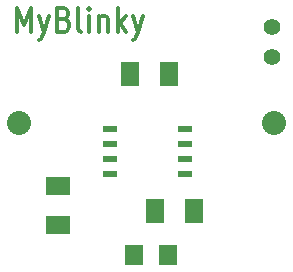
<source format=gts>
G04 (created by PCBNEW (2013-07-07 BZR 4022)-stable) date 10/4/2013 1:03:36 AM*
%MOIN*%
G04 Gerber Fmt 3.4, Leading zero omitted, Abs format*
%FSLAX34Y34*%
G01*
G70*
G90*
G04 APERTURE LIST*
%ADD10C,0.00590551*%
%ADD11C,0.011811*%
%ADD12R,0.045X0.02*%
%ADD13R,0.06X0.08*%
%ADD14R,0.08X0.06*%
%ADD15C,0.055*%
%ADD16R,0.0629X0.0709*%
%ADD17C,0.08*%
G04 APERTURE END LIST*
G54D10*
G54D11*
X82733Y-51063D02*
X82733Y-50263D01*
X82966Y-50835D01*
X83200Y-50263D01*
X83200Y-51063D01*
X83466Y-50530D02*
X83633Y-51063D01*
X83800Y-50530D02*
X83633Y-51063D01*
X83566Y-51254D01*
X83533Y-51292D01*
X83466Y-51330D01*
X84300Y-50644D02*
X84400Y-50682D01*
X84433Y-50720D01*
X84466Y-50797D01*
X84466Y-50911D01*
X84433Y-50987D01*
X84400Y-51025D01*
X84333Y-51063D01*
X84066Y-51063D01*
X84066Y-50263D01*
X84300Y-50263D01*
X84366Y-50301D01*
X84400Y-50340D01*
X84433Y-50416D01*
X84433Y-50492D01*
X84400Y-50568D01*
X84366Y-50606D01*
X84300Y-50644D01*
X84066Y-50644D01*
X84866Y-51063D02*
X84800Y-51025D01*
X84766Y-50949D01*
X84766Y-50263D01*
X85133Y-51063D02*
X85133Y-50530D01*
X85133Y-50263D02*
X85100Y-50301D01*
X85133Y-50340D01*
X85166Y-50301D01*
X85133Y-50263D01*
X85133Y-50340D01*
X85466Y-50530D02*
X85466Y-51063D01*
X85466Y-50606D02*
X85500Y-50568D01*
X85566Y-50530D01*
X85666Y-50530D01*
X85733Y-50568D01*
X85766Y-50644D01*
X85766Y-51063D01*
X86100Y-51063D02*
X86100Y-50263D01*
X86166Y-50759D02*
X86366Y-51063D01*
X86366Y-50530D02*
X86100Y-50835D01*
X86600Y-50530D02*
X86766Y-51063D01*
X86933Y-50530D02*
X86766Y-51063D01*
X86700Y-51254D01*
X86666Y-51292D01*
X86600Y-51330D01*
G54D12*
X88350Y-54300D03*
X88350Y-54800D03*
X88350Y-55300D03*
X88350Y-55800D03*
X85850Y-55800D03*
X85850Y-55300D03*
X85850Y-54800D03*
X85850Y-54300D03*
G54D13*
X87350Y-57025D03*
X88650Y-57025D03*
X87810Y-52460D03*
X86510Y-52460D03*
G54D14*
X84100Y-56200D03*
X84100Y-57500D03*
G54D15*
X91250Y-51900D03*
X91250Y-50900D03*
G54D16*
X86641Y-58500D03*
X87759Y-58500D03*
G54D17*
X91300Y-54100D03*
X82800Y-54100D03*
M02*

</source>
